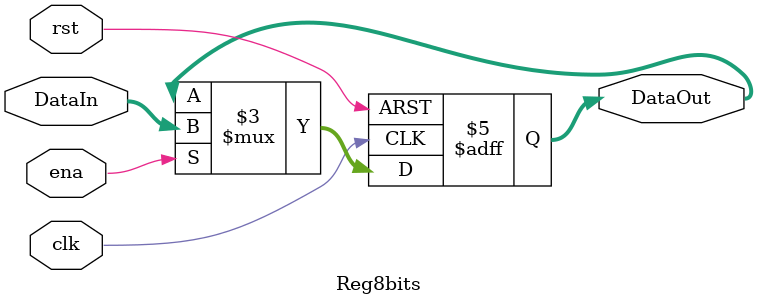
<source format=v>
`timescale 1ns / 1ps




module Reg8bits(input clk,input rst,input ena,input [7:0] DataIn,output reg [7:0] DataOut);


always @(negedge clk, posedge rst)
	begin
		if (rst)
			DataOut = 8'b0;
		else
			begin
				if (ena)
					DataOut = DataIn;
			end
	end
endmodule

</source>
